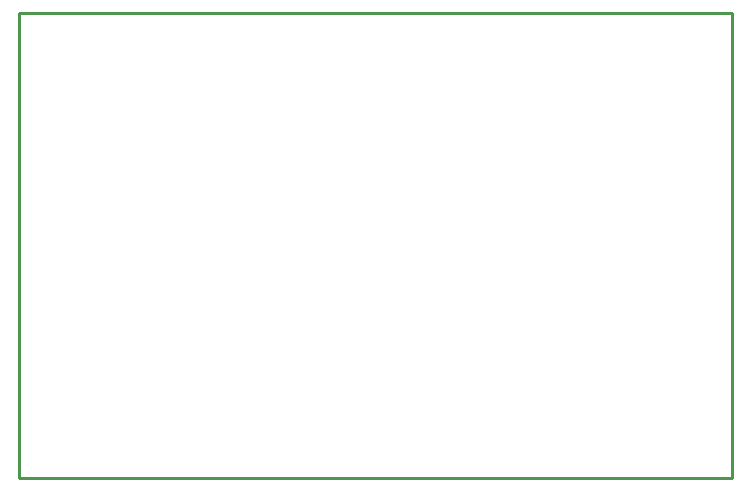
<source format=gko>
G04 Layer_Color=16711935*
%FSLAX23Y23*%
%MOIN*%
G70*
G01*
G75*
%ADD23C,0.010*%
D23*
X3375Y1000D02*
Y2550D01*
X1000D02*
X3375D01*
X1000Y2540D02*
Y2550D01*
Y1000D02*
X3375D01*
X1000D02*
Y2540D01*
M02*

</source>
